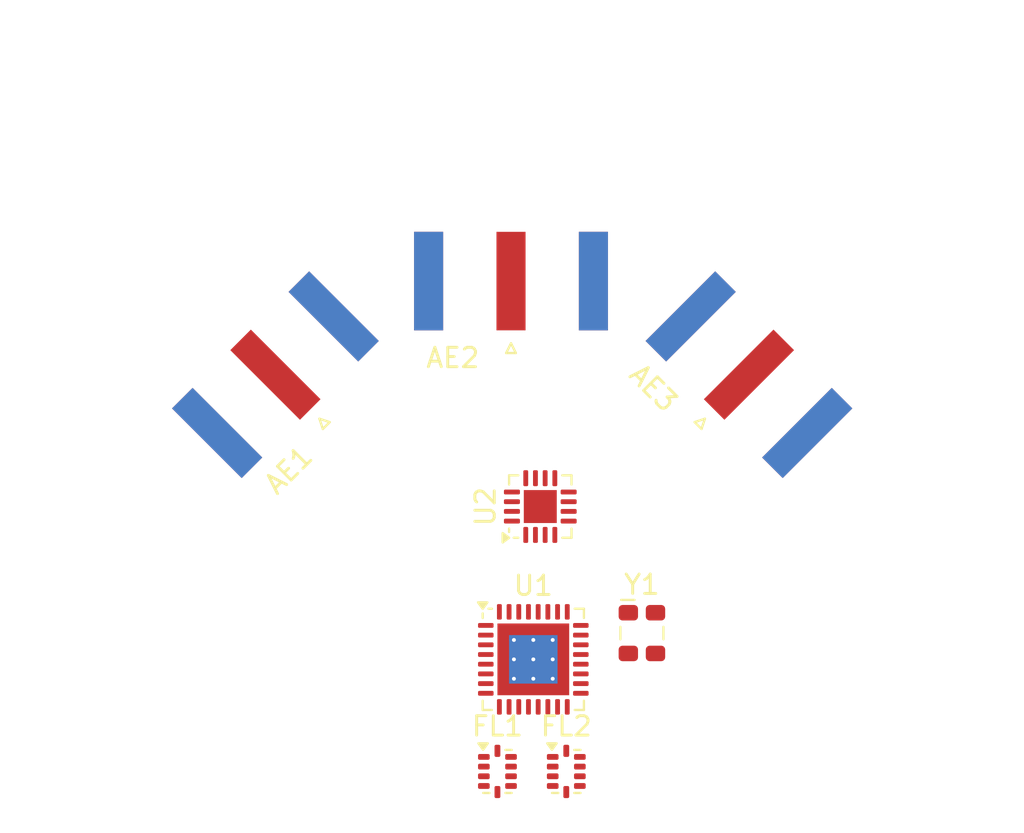
<source format=kicad_pcb>
(kicad_pcb (version 20241229) (generator "pcbnew") (generator_version "9.0")
  (layers (0 "F.Cu" signal) (2 "B.Cu" signal) (13 "F.Paste" user) (15 "B.Paste" user) (5 "F.SilkS" user "F.Silkscreen") (7 "B.SilkS" user "B.Silkscreen") (1 "F.Mask" user) (3 "B.Mask" user) (25 "Edge.Cuts" user))
  (net 0 "")
  (net 1 "Net-(FL1-RFO_HP_LF)")
  (net 2 "GND")
  (net 3 "Net-(FL1-RFI_N_LFO)")
  (net 4 "Net-(FL1-RFO_LP_LF)")
  (net 5 "Net-(FL1-RFI_P_LFO)")
  (net 7 "Net-(FL2-RFIO_HF)")
  (net 8 "Net-(FL2-RFI_N_LF1)")
  (net 10 "Net-(FL2-RFI_P_LF1)")
  (net 11 "Net-(U1-VREG)")
  (net 12 "/P1.07")
  (net 13 "Net-(U1-VBAT)")
  (net 16 "/COPI")
  (net 19 "Net-(U1-XTA)")
  (net 20 "/BUSY")
  (net 22 "Net-(U1-DCC_SW)")
  (net 23 "/P1.10")
  (net 24 "/CIPO")
  (net 25 "/P1.04")
  (net 28 "Net-(U1-VTCXO)")
  (net 31 "/IRQ")
  (net 39 "Net-(FL1-RX)")
  (net 40 "Net-(FL1-TX_HP)")
  (net 41 "Net-(FL1-TX_LP)")
  (net 42 "Net-(U1-32K_N)")
  (net 43 "Net-(U1-32K_P)")
  (footprint "Oscillator:Oscillator_SMD_SeikoEpson_TG2520SMN-xxx-xxxxxx-4Pin_2.5x2.0mm" (layer "F.Cu") (at 147.14 107.315)
    (property "Reference" "Y1" (at 0 -2.5 0) (layer "F.SilkS"))
    (property "Value" "TG2520SMN 32.0000M-MCGNNM3")
    (fp_line (start -1.11 0.32) (end -1.11 -0.32) (stroke (width 0.12)) (layer "F.SilkS"))
    (fp_line (start -0.38 -1.71) (end -1.07 -1.71) (stroke (width 0.12)) (layer "F.SilkS"))
    (fp_line (start 1.11 0.32) (end 1.11 -0.32) (stroke (width 0.12)) (layer "F.SilkS"))
    (pad "1" smd roundrect (at -0.7 -1.05) (size 1 0.8) (layers "F.Cu" "F.Mask" "F.Paste"))
    (pad "2" smd roundrect (at -0.7 1.05) (size 1 0.8) (layers "F.Cu" "F.Mask" "F.Paste") (net 2 "GND"))
    (pad "3" smd roundrect (at 0.7 1.05) (size 1 0.8) (layers "F.Cu" "F.Mask" "F.Paste") (net 19 "Net-(U1-XTA)"))
    (pad "4" smd roundrect (at 0.7 -1.05) (size 1 0.8) (layers "F.Cu" "F.Mask" "F.Paste") (net 28 "Net-(U1-VTCXO)"))
  )
  (footprint "Connector_Coaxial:SMA_Amphenol_132289_EdgeMount" (layer "F.Cu") (at 128.240001 93.99 135)
    (property "Reference" "AE1" (at -3.96 -3 45) (layer "F.SilkS"))
    (property "Value" "Antenna_Shield")
    (fp_line (start -3.209998 0.000001) (end -3.71 -0.249998) (stroke (width 0.12)) (layer "F.SilkS"))
    (fp_line (start -3.71 -0.249998) (end -3.709999 0.249998) (stroke (width 0.12)) (layer "F.SilkS"))
    (fp_line (start -3.709999 0.249998) (end -3.209998 0.000001) (stroke (width 0.12)) (layer "F.SilkS"))
    (pad "1" smd rect (at 0 0 225) (size 1.5 5.08) (layers "F.Cu" "F.Mask" "F.Paste"))
    (pad "2" smd rect (at 0 -4.25 225) (size 1.5 5.08) (layers "F.Cu" "F.Mask" "F.Paste"))
    (pad "2" smd rect (at 0 -4.25 225) (size 1.5 5.08) (layers "B.Cu" "B.Mask" "B.Paste"))
    (pad "2" smd rect (at 0 4.25 225) (size 1.5 5.08) (layers "F.Cu" "F.Mask" "F.Paste"))
    (pad "2" smd rect (at 0 4.25 225) (size 1.5 5.08) (layers "B.Cu" "B.Mask" "B.Paste"))
  )
  (footprint "Package_DFN_QFN:QFN-32-1EP_5x5mm_P0.5mm_EP3.7x3.7mm_ThermalVias" (layer "F.Cu") (at 141.54 108.67)
    (property "Reference" "U1" (at 0 -3.8 0) (layer "F.SilkS"))
    (property "Value" "LR1110IMLTRT")
    (fp_line (start -2.61 -2.135) (end -2.61 -2.37) (stroke (width 0.12)) (layer "F.SilkS"))
    (fp_line (start -2.61 2.61) (end -2.61 2.135) (stroke (width 0.12)) (layer "F.SilkS"))
    (fp_line (start -2.135 -2.61) (end -2.31 -2.61) (stroke (width 0.12)) (layer "F.SilkS"))
    (fp_line (start -2.135 2.61) (end -2.61 2.61) (stroke (width 0.12)) (layer "F.SilkS"))
    (fp_line (start 2.135 -2.61) (end 2.61 -2.61) (stroke (width 0.12)) (layer "F.SilkS"))
    (fp_line (start 2.135 2.61) (end 2.61 2.61) (stroke (width 0.12)) (layer "F.SilkS"))
    (fp_line (start 2.61 -2.61) (end 2.61 -2.135) (stroke (width 0.12)) (layer "F.SilkS"))
    (fp_line (start 2.61 2.61) (end 2.61 2.135) (stroke (width 0.12)) (layer "F.SilkS"))
    (fp_poly (pts (xy -2.61 -2.61) (xy -2.85 -2.94) (xy -2.37 -2.94) (xy -2.61 -2.61)) (stroke (width 0.12)) (fill yes) (layer "F.SilkS"))
    (pad "1" smd roundrect (at -2.45 -1.75) (size 0.8 0.25) (layers "F.Cu" "F.Mask" "F.Paste"))
    (pad "2" smd roundrect (at -2.45 -1.25) (size 0.8 0.25) (layers "F.Cu" "F.Mask" "F.Paste") (net 13 "Net-(U1-VBAT)"))
    (pad "3" smd roundrect (at -2.45 -0.75) (size 0.8 0.25) (layers "F.Cu" "F.Mask" "F.Paste") (net 28 "Net-(U1-VTCXO)"))
    (pad "4" smd roundrect (at -2.45 -0.25) (size 0.8 0.25) (layers "F.Cu" "F.Mask" "F.Paste") (net 19 "Net-(U1-XTA)"))
    (pad "5" smd roundrect (at -2.45 0.25) (size 0.8 0.25) (layers "F.Cu" "F.Mask" "F.Paste"))
    (pad "6" smd roundrect (at -2.45 0.75) (size 0.8 0.25) (layers "F.Cu" "F.Mask" "F.Paste") (net 23 "/P1.10"))
    (pad "7" smd roundrect (at -2.45 1.25) (size 0.8 0.25) (layers "F.Cu" "F.Mask" "F.Paste") (net 43 "Net-(U1-32K_P)"))
    (pad "8" smd roundrect (at -2.45 1.75) (size 0.8 0.25) (layers "F.Cu" "F.Mask" "F.Paste") (net 42 "Net-(U1-32K_N)"))
    (pad "9" smd roundrect (at -1.75 2.45) (size 0.25 0.8) (layers "F.Cu" "F.Mask" "F.Paste") (net 31 "/IRQ"))
    (pad "10" smd roundrect (at -1.25 2.45) (size 0.25 0.8) (layers "F.Cu" "F.Mask" "F.Paste"))
    (pad "11" smd roundrect (at -0.75 2.45) (size 0.25 0.8) (layers "F.Cu" "F.Mask" "F.Paste"))
    (pad "12" smd roundrect (at -0.25 2.45) (size 0.25 0.8) (layers "F.Cu" "F.Mask" "F.Paste") (net 11 "Net-(U1-VREG)"))
    (pad "13" smd roundrect (at 0.25 2.45) (size 0.25 0.8) (layers "F.Cu" "F.Mask" "F.Paste") (net 2 "GND"))
    (pad "14" smd roundrect (at 0.75 2.45) (size 0.25 0.8) (layers "F.Cu" "F.Mask" "F.Paste") (net 22 "Net-(U1-DCC_SW)"))
    (pad "15" smd roundrect (at 1.25 2.45) (size 0.25 0.8) (layers "F.Cu" "F.Mask" "F.Paste") (net 13 "Net-(U1-VBAT)"))
    (pad "16" smd roundrect (at 1.75 2.45) (size 0.25 0.8) (layers "F.Cu" "F.Mask" "F.Paste"))
    (pad "17" smd roundrect (at 2.45 1.75) (size 0.8 0.25) (layers "F.Cu" "F.Mask" "F.Paste"))
    (pad "18" smd roundrect (at 2.45 1.25) (size 0.8 0.25) (layers "F.Cu" "F.Mask" "F.Paste"))
    (pad "19" smd roundrect (at 2.45 0.75) (size 0.8 0.25) (layers "F.Cu" "F.Mask" "F.Paste"))
    (pad "20" smd roundrect (at 2.45 0.25) (size 0.8 0.25) (layers "F.Cu" "F.Mask" "F.Paste"))
    (pad "21" smd roundrect (at 2.45 -0.25) (size 0.8 0.25) (layers "F.Cu" "F.Mask" "F.Paste") (net 24 "/CIPO"))
    (pad "22" smd roundrect (at 2.45 -0.75) (size 0.8 0.25) (layers "F.Cu" "F.Mask" "F.Paste") (net 16 "/COPI"))
    (pad "23" smd roundrect (at 2.45 -1.25) (size 0.8 0.25) (layers "F.Cu" "F.Mask" "F.Paste") (net 25 "/P1.04"))
    (pad "24" smd roundrect (at 2.45 -1.75) (size 0.8 0.25) (layers "F.Cu" "F.Mask" "F.Paste") (net 12 "/P1.07"))
    (pad "25" smd roundrect (at 1.75 -2.45) (size 0.25 0.8) (layers "F.Cu" "F.Mask" "F.Paste") (net 20 "/BUSY"))
    (pad "26" smd roundrect (at 1.25 -2.45) (size 0.25 0.8) (layers "F.Cu" "F.Mask" "F.Paste") (net 7 "Net-(FL2-RFIO_HF)"))
    (pad "27" smd roundrect (at 0.75 -2.45) (size 0.25 0.8) (layers "F.Cu" "F.Mask" "F.Paste") (net 8 "Net-(FL2-RFI_N_LF1)"))
    (pad "28" smd roundrect (at 0.25 -2.45) (size 0.25 0.8) (layers "F.Cu" "F.Mask" "F.Paste") (net 10 "Net-(FL2-RFI_P_LF1)"))
    (pad "29" smd roundrect (at -0.25 -2.45) (size 0.25 0.8) (layers "F.Cu" "F.Mask" "F.Paste") (net 3 "Net-(FL1-RFI_N_LFO)"))
    (pad "30" smd roundrect (at -0.75 -2.45) (size 0.25 0.8) (layers "F.Cu" "F.Mask" "F.Paste") (net 5 "Net-(FL1-RFI_P_LFO)"))
    (pad "31" smd roundrect (at -1.25 -2.45) (size 0.25 0.8) (layers "F.Cu" "F.Mask" "F.Paste") (net 4 "Net-(FL1-RFO_LP_LF)"))
    (pad "32" smd roundrect (at -1.75 -2.45) (size 0.25 0.8) (layers "F.Cu" "F.Mask" "F.Paste") (net 1 "Net-(FL1-RFO_HP_LF)"))
    (pad "33" thru_hole circle (at -1 -1) (size 0.5 0.5) (drill 0.2) (property pad_prop_heatsink) (layers "*.Cu") (net 2 "GND"))
    (pad "33" thru_hole circle (at -1 0) (size 0.5 0.5) (drill 0.2) (property pad_prop_heatsink) (layers "*.Cu") (net 2 "GND"))
    (pad "33" thru_hole circle (at -1 1) (size 0.5 0.5) (drill 0.2) (property pad_prop_heatsink) (layers "*.Cu") (net 2 "GND"))
    (pad "33" thru_hole circle (at 0 -1) (size 0.5 0.5) (drill 0.2) (property pad_prop_heatsink) (layers "*.Cu") (net 2 "GND"))
    (pad "33" thru_hole circle (at 0 0) (size 0.5 0.5) (drill 0.2) (property pad_prop_heatsink) (layers "*.Cu") (net 2 "GND"))
    (pad "33" smd rect (at 0 0) (size 2.5 2.5) (property pad_prop_heatsink) (layers "B.Cu") (net 2 "GND"))
    (pad "33" smd rect (at 0 0) (size 3.7 3.7) (property pad_prop_heatsink) (layers "F.Cu" "F.Mask") (net 2 "GND"))
    (pad "33" thru_hole circle (at 0 1) (size 0.5 0.5) (drill 0.2) (property pad_prop_heatsink) (layers "*.Cu") (net 2 "GND"))
    (pad "33" thru_hole circle (at 1 -1) (size 0.5 0.5) (drill 0.2) (property pad_prop_heatsink) (layers "*.Cu") (net 2 "GND"))
    (pad "33" thru_hole circle (at 1 0) (size 0.5 0.5) (drill 0.2) (property pad_prop_heatsink) (layers "*.Cu") (net 2 "GND"))
    (pad "33" thru_hole circle (at 1 1) (size 0.5 0.5) (drill 0.2) (property pad_prop_heatsink) (layers "*.Cu") (net 2 "GND"))
  )
  (footprint "Connector_Coaxial:SMA_Amphenol_132289_EdgeMount" (layer "F.Cu") (at 152.66 93.99 45)
    (property "Reference" "AE3" (at -3.96 -3 135) (layer "F.SilkS"))
    (property "Value" "Antenna_Shield")
    (fp_line (start -3.710001 -0.249999) (end -3.709999 0.25) (stroke (width 0.12)) (layer "F.SilkS"))
    (fp_line (start -3.709999 0.25) (end -3.21 0.000001) (stroke (width 0.12)) (layer "F.SilkS"))
    (fp_line (start -3.21 0.000001) (end -3.710001 -0.249999) (stroke (width 0.12)) (layer "F.SilkS"))
    (pad "1" smd rect (at 0 0 135) (size 1.5 5.08) (layers "F.Cu" "F.Mask" "F.Paste"))
    (pad "2" smd rect (at 0 -4.25 135) (size 1.5 5.08) (layers "F.Cu" "F.Mask" "F.Paste"))
    (pad "2" smd rect (at 0 -4.25 135) (size 1.5 5.08) (layers "B.Cu" "B.Mask" "B.Paste"))
    (pad "2" smd rect (at 0 4.25 135) (size 1.5 5.08) (layers "F.Cu" "F.Mask" "F.Paste"))
    (pad "2" smd rect (at 0 4.25 135) (size 1.5 5.08) (layers "B.Cu" "B.Mask" "B.Paste"))
  )
  (footprint "Package_DFN_QFN:QFN-16-1EP_3x3mm_P0.5mm_EP1.7x1.7mm" (layer "F.Cu") (at 141.9 100.79 90)
    (property "Reference" "U2" (at 0 -2.83 90) (layer "F.SilkS"))
    (property "Value" "SKY13380-350LF")
    (fp_line (start 1.61 -1.61) (end 1.609999 -1.135001) (stroke (width 0.12)) (layer "F.SilkS"))
    (fp_line (start 1.134999 -1.61) (end 1.61 -1.61) (stroke (width 0.12)) (layer "F.SilkS"))
    (fp_line (start -1.135001 -1.609999) (end -1.31 -1.610001) (stroke (width 0.12)) (layer "F.SilkS"))
    (fp_line (start -1.61 -1.134999) (end -1.609999 -1.37) (stroke (width 0.12)) (layer "F.SilkS"))
    (fp_line (start 1.135001 1.609999) (end 1.61 1.61) (stroke (width 0.12)) (layer "F.SilkS"))
    (fp_line (start 1.61 1.61) (end 1.61 1.134999) (stroke (width 0.12)) (layer "F.SilkS"))
    (fp_line (start -1.134999 1.61) (end -1.61 1.61) (stroke (width 0.12)) (layer "F.SilkS"))
    (fp_line (start -1.61 1.61) (end -1.609999 1.135001) (stroke (width 0.12)) (layer "F.SilkS"))
    (fp_poly (pts (xy -1.61 -1.61) (xy -1.85 -1.94) (xy -1.37 -1.94) (xy -1.61 -1.61)) (stroke (width 0.12)) (fill yes) (layer "F.SilkS"))
    (pad "1" smd roundrect (at -1.462499 -0.749999 90) (size 0.825 0.25) (layers "F.Cu" "F.Mask" "F.Paste") (net 2 "GND"))
    (pad "2" smd roundrect (at -1.4625 -0.250001 90) (size 0.825 0.25) (layers "F.Cu" "F.Mask" "F.Paste"))
    (pad "3" smd roundrect (at -1.4625 0.249999 90) (size 0.825 0.25) (layers "F.Cu" "F.Mask" "F.Paste"))
    (pad "4" smd roundrect (at -1.462499 0.750001 90) (size 0.825 0.25) (layers "F.Cu" "F.Mask" "F.Paste"))
    (pad "5" smd roundrect (at -0.749999 1.462499 90) (size 0.25 0.825) (layers "F.Cu" "F.Mask" "F.Paste") (net 2 "GND"))
    (pad "6" smd roundrect (at -0.250001 1.4625 90) (size 0.25 0.825) (layers "F.Cu" "F.Mask" "F.Paste"))
    (pad "7" smd roundrect (at 0.249999 1.4625 90) (size 0.25 0.825) (layers "F.Cu" "F.Mask" "F.Paste") (net 2 "GND"))
    (pad "8" smd roundrect (at 0.750001 1.462499 90) (size 0.25 0.825) (layers "F.Cu" "F.Mask" "F.Paste") (net 39 "Net-(FL1-RX)"))
    (pad "9" smd roundrect (at 1.462499 0.749999 90) (size 0.825 0.25) (layers "F.Cu" "F.Mask" "F.Paste") (net 2 "GND"))
    (pad "10" smd roundrect (at 1.4625 0.250001 90) (size 0.825 0.25) (layers "F.Cu" "F.Mask" "F.Paste") (net 2 "GND"))
    (pad "11" smd roundrect (at 1.4625 -0.249999 90) (size 0.825 0.25) (layers "F.Cu" "F.Mask" "F.Paste"))
    (pad "12" smd roundrect (at 1.462499 -0.750001 90) (size 0.825 0.25) (layers "F.Cu" "F.Mask" "F.Paste") (net 2 "GND"))
    (pad "13" smd roundrect (at 0.749999 -1.462499 90) (size 0.25 0.825) (layers "F.Cu" "F.Mask" "F.Paste") (net 40 "Net-(FL1-TX_HP)"))
    (pad "14" smd roundrect (at 0.250001 -1.4625 90) (size 0.25 0.825) (layers "F.Cu" "F.Mask" "F.Paste") (net 2 "GND"))
    (pad "15" smd roundrect (at -0.249999 -1.4625 90) (size 0.25 0.825) (layers "F.Cu" "F.Mask" "F.Paste") (net 41 "Net-(FL1-TX_LP)"))
    (pad "16" smd roundrect (at -0.750001 -1.462499 90) (size 0.25 0.825) (layers "F.Cu" "F.Mask" "F.Paste"))
    (pad "17" smd rect (at 0 0 90) (size 1.7 1.7) (property pad_prop_heatsink) (layers "F.Cu" "F.Mask"))
  )
  (footprint "RF_Converter:Balun_Johanson_0900FM15K0039" (layer "F.Cu") (at 143.24 114.45)
    (property "Reference" "FL2" (at 0 -2.33 0) (layer "F.SilkS"))
    (property "Value" "2000PC15C0040001E")
    (fp_line (start -0.41 1.11) (end -0.735 1.11) (stroke (width 0.12)) (layer "F.SilkS"))
    (fp_line (start 0.41 -1.11) (end 0.735 -1.11) (stroke (width 0.12)) (layer "F.SilkS"))
    (fp_line (start 0.41 1.11) (end 0.735 1.11) (stroke (width 0.12)) (layer "F.SilkS"))
    (fp_poly (pts (xy -0.74 -1.12) (xy -0.98 -1.45) (xy -0.5 -1.45) (xy -0.74 -1.12)) (stroke (width 0.12)) (fill yes) (layer "F.SilkS"))
    (pad "1" smd roundrect (at -0.7 -0.75) (size 0.6 0.3) (layers "F.Cu" "F.Mask" "F.Paste") (net 10 "Net-(FL2-RFI_P_LF1)"))
    (pad "2" smd roundrect (at -0.7 -0.25) (size 0.6 0.3) (layers "F.Cu" "F.Mask" "F.Paste") (net 8 "Net-(FL2-RFI_N_LF1)"))
    (pad "3" smd roundrect (at -0.7 0.25) (size 0.6 0.3) (layers "F.Cu" "F.Mask" "F.Paste") (net 2 "GND"))
    (pad "4" smd roundrect (at -0.7 0.75) (size 0.6 0.3) (layers "F.Cu" "F.Mask" "F.Paste") (net 7 "Net-(FL2-RFIO_HF)"))
    (pad "5" smd roundrect (at 0 1.0625) (size 0.3 0.625) (layers "F.Cu" "F.Mask" "F.Paste") (net 2 "GND"))
    (pad "6" smd roundrect (at 0.7 0.75) (size 0.6 0.3) (layers "F.Cu" "F.Mask" "F.Paste") (net 2 "GND"))
    (pad "7" smd roundrect (at 0.7 0.25) (size 0.6 0.3) (layers "F.Cu" "F.Mask" "F.Paste"))
    (pad "8" smd roundrect (at 0.7 -0.25) (size 0.6 0.3) (layers "F.Cu" "F.Mask" "F.Paste"))
    (pad "9" smd roundrect (at 0.7 -0.75) (size 0.6 0.3) (layers "F.Cu" "F.Mask" "F.Paste") (net 2 "GND"))
    (pad "10" smd roundrect (at 0 -1.0625) (size 0.3 0.625) (layers "F.Cu" "F.Mask" "F.Paste") (net 2 "GND"))
  )
  (footprint "Connector_Coaxial:SMA_Amphenol_132289_EdgeMount" (layer "F.Cu") (at 140.39 89.162501 90)
    (property "Reference" "AE2" (at -3.96 -3 0) (layer "F.SilkS"))
    (property "Value" "Antenna_Shield")
    (fp_line (start -3.710001 -0.249999) (end -3.709999 0.249999) (stroke (width 0.12)) (layer "F.SilkS"))
    (fp_line (start -3.209999 0.000001) (end -3.710001 -0.249999) (stroke (width 0.12)) (layer "F.SilkS"))
    (fp_line (start -3.709999 0.249999) (end -3.209999 0.000001) (stroke (width 0.12)) (layer "F.SilkS"))
    (pad "1" smd rect (at 0 0 180) (size 1.5 5.08) (layers "F.Cu" "F.Mask" "F.Paste"))
    (pad "2" smd rect (at 0 -4.25 180) (size 1.5 5.08) (layers "F.Cu" "F.Mask" "F.Paste"))
    (pad "2" smd rect (at 0 -4.25 180) (size 1.5 5.08) (layers "B.Cu" "B.Mask" "B.Paste"))
    (pad "2" smd rect (at 0 4.25 180) (size 1.5 5.08) (layers "F.Cu" "F.Mask" "F.Paste"))
    (pad "2" smd rect (at 0 4.25 180) (size 1.5 5.08) (layers "B.Cu" "B.Mask" "B.Paste"))
  )
  (footprint "RF_Converter:Balun_Johanson_0900FM15K0039" (layer "F.Cu") (at 139.69 114.45)
    (property "Reference" "FL1" (at 0 -2.33 0) (layer "F.SilkS"))
    (property "Value" "0900PC16J0042001E")
    (fp_line (start -0.41 1.11) (end -0.735 1.11) (stroke (width 0.12)) (layer "F.SilkS"))
    (fp_line (start 0.41 -1.11) (end 0.735 -1.11) (stroke (width 0.12)) (layer "F.SilkS"))
    (fp_line (start 0.41 1.11) (end 0.735 1.11) (stroke (width 0.12)) (layer "F.SilkS"))
    (fp_poly (pts (xy -0.74 -1.12) (xy -0.98 -1.45) (xy -0.5 -1.45) (xy -0.74 -1.12)) (stroke (width 0.12)) (fill yes) (layer "F.SilkS"))
    (pad "1" smd roundrect (at -0.7 -0.75) (size 0.6 0.3) (layers "F.Cu" "F.Mask" "F.Paste") (net 1 "Net-(FL1-RFO_HP_LF)"))
    (pad "2" smd roundrect (at -0.7 -0.25) (size 0.6 0.3) (layers "F.Cu" "F.Mask" "F.Paste") (net 4 "Net-(FL1-RFO_LP_LF)"))
    (pad "3" smd roundrect (at -0.7 0.25) (size 0.6 0.3) (layers "F.Cu" "F.Mask" "F.Paste") (net 5 "Net-(FL1-RFI_P_LFO)"))
    (pad "4" smd roundrect (at -0.7 0.75) (size 0.6 0.3) (layers "F.Cu" "F.Mask" "F.Paste") (net 3 "Net-(FL1-RFI_N_LFO)"))
    (pad "5" smd roundrect (at 0 1.0625) (size 0.3 0.625) (layers "F.Cu" "F.Mask" "F.Paste") (net 2 "GND"))
    (pad "6" smd roundrect (at 0.7 0.75) (size 0.6 0.3) (layers "F.Cu" "F.Mask" "F.Paste") (net 39 "Net-(FL1-RX)"))
    (pad "7" smd roundrect (at 0.7 0.25) (size 0.6 0.3) (layers "F.Cu" "F.Mask" "F.Paste") (net 2 "GND"))
    (pad "8" smd roundrect (at 0.7 -0.25) (size 0.6 0.3) (layers "F.Cu" "F.Mask" "F.Paste") (net 41 "Net-(FL1-TX_LP)"))
    (pad "9" smd roundrect (at 0.7 -0.75) (size 0.6 0.3) (layers "F.Cu" "F.Mask" "F.Paste") (net 40 "Net-(FL1-TX_HP)"))
    (pad "10" smd roundrect (at 0 -1.0625) (size 0.3 0.625) (layers "F.Cu" "F.Mask" "F.Paste") (net 2 "GND"))
  )
)
</source>
